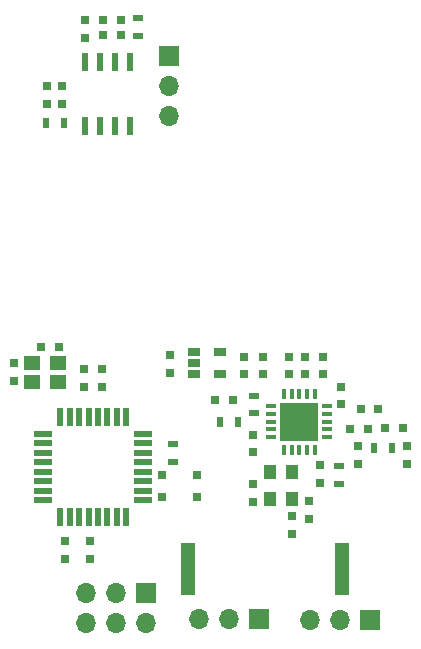
<source format=gbr>
G04 #@! TF.FileFunction,Soldermask,Top*
%FSLAX46Y46*%
G04 Gerber Fmt 4.6, Leading zero omitted, Abs format (unit mm)*
G04 Created by KiCad (PCBNEW 4.0.7) date 04/10/18 01:59:35*
%MOMM*%
%LPD*%
G01*
G04 APERTURE LIST*
%ADD10C,0.100000*%
%ADD11R,0.550000X1.600000*%
%ADD12R,1.600000X0.550000*%
%ADD13R,0.800000X0.750000*%
%ADD14R,0.500000X0.900000*%
%ADD15R,0.750000X0.800000*%
%ADD16R,0.600000X1.550000*%
%ADD17R,0.900000X0.500000*%
%ADD18R,1.700000X1.700000*%
%ADD19O,1.700000X1.700000*%
%ADD20R,1.300000X4.500000*%
%ADD21R,0.650000X0.700000*%
%ADD22R,0.355600X0.965200*%
%ADD23R,0.965200X0.355600*%
%ADD24R,3.200400X3.200400*%
%ADD25R,1.060000X0.650000*%
%ADD26R,1.400000X1.200000*%
%ADD27R,1.050000X1.300000*%
G04 APERTURE END LIST*
D10*
D11*
X104492000Y-123473000D03*
X103692000Y-123473000D03*
X102892000Y-123473000D03*
X102092000Y-123473000D03*
X101292000Y-123473000D03*
X100492000Y-123473000D03*
X99692000Y-123473000D03*
X98892000Y-123473000D03*
D12*
X97442000Y-124923000D03*
X97442000Y-125723000D03*
X97442000Y-126523000D03*
X97442000Y-127323000D03*
X97442000Y-128123000D03*
X97442000Y-128923000D03*
X97442000Y-129723000D03*
X97442000Y-130523000D03*
D11*
X98892000Y-131973000D03*
X99692000Y-131973000D03*
X100492000Y-131973000D03*
X101292000Y-131973000D03*
X102092000Y-131973000D03*
X102892000Y-131973000D03*
X103692000Y-131973000D03*
X104492000Y-131973000D03*
D12*
X105942000Y-130523000D03*
X105942000Y-129723000D03*
X105942000Y-128923000D03*
X105942000Y-128123000D03*
X105942000Y-127323000D03*
X105942000Y-126523000D03*
X105942000Y-125723000D03*
X105942000Y-124923000D03*
D13*
X104020932Y-89869346D03*
X102520932Y-89869346D03*
D14*
X99170932Y-98632346D03*
X97670932Y-98632346D03*
D15*
X99067932Y-95457346D03*
X99067932Y-96957346D03*
X100972932Y-89869346D03*
X100972932Y-91369346D03*
X97797932Y-95457346D03*
X97797932Y-96957346D03*
D16*
X100972932Y-98825346D03*
X102242932Y-98825346D03*
X103512932Y-98825346D03*
X104782932Y-98825346D03*
X104782932Y-93425346D03*
X103512932Y-93425346D03*
X102242932Y-93425346D03*
X100972932Y-93425346D03*
D17*
X105481432Y-91242346D03*
X105481432Y-89742346D03*
D18*
X108084932Y-92917346D03*
D19*
X108084932Y-95457346D03*
X108084932Y-97997346D03*
D13*
X104020932Y-91139346D03*
X102520932Y-91139346D03*
D15*
X95020000Y-120453000D03*
X95020000Y-118953000D03*
D20*
X109730000Y-136350000D03*
X122730000Y-136350000D03*
D15*
X124129800Y-127457200D03*
X124129800Y-125957200D03*
D13*
X127889000Y-124460000D03*
X126389000Y-124460000D03*
X124968000Y-124485400D03*
X123468000Y-124485400D03*
D15*
X114427000Y-118376000D03*
X114427000Y-119876000D03*
X116078000Y-119888000D03*
X116078000Y-118388000D03*
X118237000Y-118376000D03*
X118237000Y-119876000D03*
X119634000Y-118388000D03*
X119634000Y-119888000D03*
X121158000Y-119876000D03*
X121158000Y-118376000D03*
X122682000Y-120928000D03*
X122682000Y-122428000D03*
D13*
X125833000Y-122809000D03*
X124333000Y-122809000D03*
D15*
X115189000Y-126492000D03*
X115189000Y-124992000D03*
X128270000Y-127484000D03*
X128270000Y-125984000D03*
X115189000Y-130683000D03*
X115189000Y-129183000D03*
X118540000Y-133380000D03*
X118540000Y-131880000D03*
X120900000Y-129080000D03*
X120900000Y-127580000D03*
X119930000Y-132090000D03*
X119930000Y-130590000D03*
D13*
X113538000Y-122047000D03*
X112038000Y-122047000D03*
D15*
X102450000Y-119423000D03*
X102450000Y-120923000D03*
X100890000Y-119433000D03*
X100890000Y-120933000D03*
X99322000Y-135503000D03*
X99322000Y-134003000D03*
X101442000Y-135483000D03*
X101442000Y-133983000D03*
D13*
X98770000Y-117553000D03*
X97270000Y-117553000D03*
D15*
X108204000Y-119737000D03*
X108204000Y-118237000D03*
D18*
X115697000Y-140589000D03*
D19*
X113157000Y-140589000D03*
X110617000Y-140589000D03*
D18*
X106172000Y-138430000D03*
D19*
X106172000Y-140970000D03*
X103632000Y-138430000D03*
X103632000Y-140970000D03*
X101092000Y-138430000D03*
X101092000Y-140970000D03*
D17*
X122520000Y-129120000D03*
X122520000Y-127620000D03*
D14*
X127000000Y-126111000D03*
X125500000Y-126111000D03*
D17*
X115316000Y-123190000D03*
X115316000Y-121690000D03*
D14*
X112419000Y-123952000D03*
X113919000Y-123952000D03*
D17*
X108420000Y-125813000D03*
X108420000Y-127313000D03*
D21*
X110500000Y-130283000D03*
X107550000Y-130283000D03*
X107550000Y-128383000D03*
X110500000Y-128383000D03*
D22*
X117836001Y-126268000D03*
X118486002Y-126268000D03*
X119136001Y-126268000D03*
X119786000Y-126268000D03*
X120436001Y-126268000D03*
D23*
X121510901Y-125193100D03*
X121510901Y-124543099D03*
X121510901Y-123893100D03*
X121510901Y-123243101D03*
X121510901Y-122593100D03*
D22*
X120436001Y-121518200D03*
X119786000Y-121518200D03*
X119136001Y-121518200D03*
X118486002Y-121518200D03*
X117836001Y-121518200D03*
D23*
X116761101Y-122593100D03*
X116761101Y-123243101D03*
X116761101Y-123893100D03*
X116761101Y-124543099D03*
X116761101Y-125193100D03*
D24*
X119136001Y-123893100D03*
D25*
X110236000Y-117983000D03*
X110236000Y-118933000D03*
X110236000Y-119883000D03*
X112436000Y-119883000D03*
X112436000Y-117983000D03*
D26*
X98720000Y-118923000D03*
X96520000Y-118923000D03*
X96520000Y-120523000D03*
X98720000Y-120523000D03*
D27*
X116677000Y-130436000D03*
X116677000Y-128136000D03*
X118527000Y-130436000D03*
X118527000Y-128136000D03*
D18*
X125095000Y-140716000D03*
D19*
X122555000Y-140716000D03*
X120015000Y-140716000D03*
M02*

</source>
